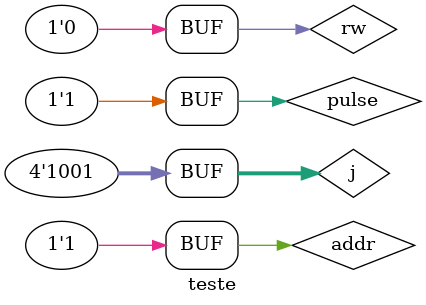
<source format=v>

`include "jkff.v"
module result ( output [3:0] s, input [3:0] a, input [3:0] b, input c );
	wire [3:0] a1, b1;
	wire n;
	
	not ( n, c );
	and ( a1[0], a[0], n );
	and ( a1[1], a[1], n );
	and ( a1[2], a[2], n );
	and ( a1[3], a[3], n );
	
	and ( b1[0], b[0], c );
	and ( b1[1], b[1], c );
	and ( b1[2], b[2], c );
	and ( b1[3], b[3], c );
	
	or ( s[0], a1[0], b1[0] );
	or ( s[1], a1[1], b1[1] );
	or ( s[2], a1[2], b1[2] );
	or ( s[3], a1[3], b1[3] );	
endmodule

module teste;
	wire clk;
	wire [3:0] s0, s1, s;
	wire [3:0] n;
	reg  [3:0] j;
	reg addr, rw;
	reg pulse;

	initial begin
		j = 4'b1111;
		addr = 0; rw = 0;
		pulse = 1;
	end

	jkff JKFF03 ( s0[3], n[3], j[3], ~j[3], pulse & ~addr & ~rw );
	jkff JKFF02 ( s0[2], n[2], j[2], ~j[2], pulse & ~addr & ~rw );
	jkff JKFF01 ( s0[1], n[1], j[1], ~j[1], pulse & ~addr & ~rw );
	jkff JKFF00 ( s0[0], n[0], j[0], ~j[0], pulse & ~addr & ~rw );
	
	jkff JKFF13 ( s1[3], n[3], j[3], ~j[3], pulse & addr & ~rw );
	jkff JKFF12 ( s1[2], n[2], j[2], ~j[2], pulse & addr & ~rw );
	jkff JKFF11 ( s1[1], n[1], j[1], ~j[1], pulse & addr & ~rw );
	jkff JKFF10 ( s1[0], n[0], j[0], ~j[0], pulse & addr & ~rw );
	
	result rs ( s, s0, s1, addr );
	
	initial begin
		$monitor ( "%d %4b", $time, s );
		#1 pulse = 0; j= 4'b0000;
		#1 pulse = 1;
		#1 pulse = 0; j= 4'b0101;
		#1 pulse = 1;
		#1 pulse = 0; j= 4'b1010;
		#1 pulse = 1;
		#1 pulse = 0; j= 4'b1001;
		#1 pulse = 1; addr = 1;
		#1 pulse = 0; j= 4'b0000;
		#1 pulse = 1;
		#1 pulse = 0; j= 4'b0101;
		#1 pulse = 1;
		#1 pulse = 0; j= 4'b1010;
		#1 pulse = 1;
		#1 pulse = 0; j= 4'b1001;
		#1 pulse = 1;
end

endmodule

</source>
